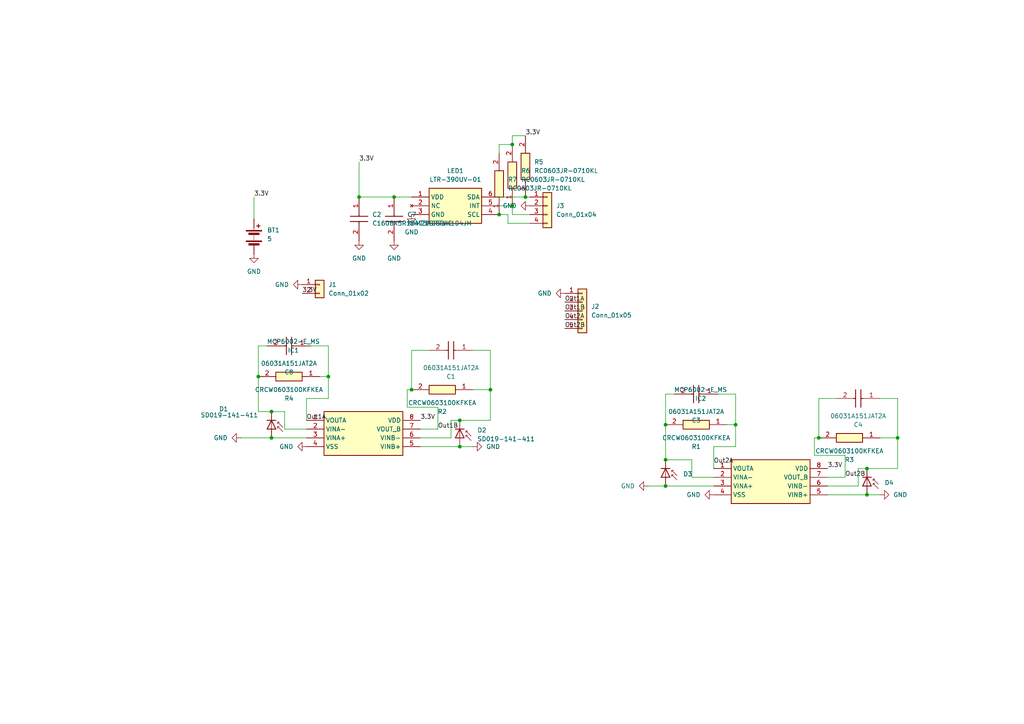
<source format=kicad_sch>
(kicad_sch (version 20250114) (generator "eeschema") (generator_version "9.0")
  (paper "A4")
  (lib_symbols
    (symbol "CUSTOM_SYMBOL:06031A151JAT2A" (pin_names (hide yes))
      (property "Reference" "C" (at 8.89 6.35 0))
      (property "Value" "06031A151JAT2A" (at 8.89 3.81 0))
      (symbol "06031A151JAT2A_1_1"
        (polyline (pts (xy 5.08 0) (xy 5.588 0)) (stroke (width 0.254)))
        (polyline (pts (xy 5.588 2.54) (xy 5.588 -2.54)) (stroke (width 0.254)))
        (polyline (pts (xy 7.112 2.54) (xy 7.112 -2.54)) (stroke (width 0.254)))
        (polyline (pts (xy 7.112 0) (xy 7.62 0)) (stroke (width 0.254)))
        (pin passive line (at 0 0 0) (length 5.08) (name "1") (number "1"))
        (pin passive line (at 12.7 0 180) (length 5.08) (name "2") (number "2"))
      )
    )
    (symbol "CUSTOM_SYMBOL:C1608X5R1E475K080AC" (pin_names (hide yes))
      (property "Reference" "C" (at 8.89 6.35 0))
      (property "Value" "C1608X5R1E475K080AC" (at 8.89 3.81 0))
      (symbol "C1608X5R1E475K080AC_1_1"
        (polyline (pts (xy 5.08 0) (xy 5.588 0)) (stroke (width 0.254)))
        (polyline (pts (xy 5.588 2.54) (xy 5.588 -2.54)) (stroke (width 0.254)))
        (polyline (pts (xy 7.112 2.54) (xy 7.112 -2.54)) (stroke (width 0.254)))
        (polyline (pts (xy 7.112 0) (xy 7.62 0)) (stroke (width 0.254)))
        (pin passive line (at 0 0 0) (length 5.08) (name "1") (number "1"))
        (pin passive line (at 12.7 0 180) (length 5.08) (name "2") (number "2"))
      )
    )
    (symbol "CUSTOM_SYMBOL:CRCW0603100KFKEA" (pin_names (hide yes))
      (property "Reference" "R" (at 13.97 6.35 0))
      (property "Value" "CRCW0603100KFKEA" (at 13.97 3.81 0))
      (symbol "CRCW0603100KFKEA_1_1"
        (rectangle (start 5.08 1.27) (end 12.7 -1.27) (stroke (width 0.254)) (fill (type background)))
        (pin passive line (at 0 0 0) (length 5.08) (name "1") (number "1"))
        (pin passive line (at 17.78 0 180) (length 5.08) (name "2") (number "2"))
      )
    )
    (symbol "CUSTOM_SYMBOL:KAM21BR71H104JM" (pin_names (hide yes))
      (property "Reference" "C" (at 8.89 6.35 0))
      (property "Value" "KAM21BR71H104JM" (at 8.89 3.81 0))
      (symbol "KAM21BR71H104JM_1_1"
        (polyline (pts (xy 5.08 0) (xy 5.588 0)) (stroke (width 0.254)))
        (polyline (pts (xy 5.588 2.54) (xy 5.588 -2.54)) (stroke (width 0.254)))
        (polyline (pts (xy 7.112 2.54) (xy 7.112 -2.54)) (stroke (width 0.254)))
        (polyline (pts (xy 7.112 0) (xy 7.62 0)) (stroke (width 0.254)))
        (pin passive line (at 0 0 0) (length 5.08) (name "1") (number "1"))
        (pin passive line (at 12.7 0 180) (length 5.08) (name "2") (number "2"))
      )
    )
    (symbol "CUSTOM_SYMBOL:LTR-390UV-01"
      (property "Reference" "LED" (at 21.59 7.62 0))
      (property "Value" "LTR-390UV-01" (at 21.59 5.08 0))
      (symbol "LTR-390UV-01_1_1"
        (rectangle (start 5.08 2.54) (end 20.32 -7.62) (stroke (width 0.254)) (fill (type background)))
        (pin passive line (at 0 0 0) (length 5.08) (name "VDD") (number "1"))
        (pin no_connect line (at 0 -2.54 0) (length 5.08) (name "NC") (number "2"))
        (pin passive line (at 0 -5.08 0) (length 5.08) (name "GND") (number "3"))
        (pin passive line (at 25.4 0 180) (length 5.08) (name "SDA") (number "6"))
        (pin passive line (at 25.4 -2.54 180) (length 5.08) (name "INT") (number "5"))
        (pin passive line (at 25.4 -5.08 180) (length 5.08) (name "SCL") (number "4"))
      )
    )
    (symbol "CUSTOM_SYMBOL:MCP6002-E_MS"
      (property "Reference" "IC" (at 29.21 7.62 0))
      (property "Value" "MCP6002-E_MS" (at 29.21 5.08 0))
      (symbol "MCP6002-E_MS_1_1"
        (rectangle (start 5.08 2.54) (end 27.94 -10.16) (stroke (width 0.254)) (fill (type background)))
        (pin passive line (at 0 0 0) (length 5.08) (name "VOUTA") (number "1"))
        (pin passive line (at 0 -2.54 0) (length 5.08) (name "VINA-") (number "2"))
        (pin passive line (at 0 -5.08 0) (length 5.08) (name "VINA+") (number "3"))
        (pin passive line (at 0 -7.62 0) (length 5.08) (name "VSS") (number "4"))
        (pin passive line (at 33.02 0 180) (length 5.08) (name "VDD") (number "8"))
        (pin passive line (at 33.02 -2.54 180) (length 5.08) (name "VOUT_B") (number "7"))
        (pin passive line (at 33.02 -5.08 180) (length 5.08) (name "VINB-") (number "6"))
        (pin passive line (at 33.02 -7.62 180) (length 5.08) (name "VINB+") (number "5"))
      )
    )
    (symbol "CUSTOM_SYMBOL:RC0603JR-0710KL" (pin_names (hide yes))
      (property "Reference" "R" (at 13.97 6.35 0))
      (property "Value" "RC0603JR-0710KL" (at 13.97 3.81 0))
      (symbol "RC0603JR-0710KL_1_1"
        (rectangle (start 5.08 1.27) (end 12.7 -1.27) (stroke (width 0.254)) (fill (type background)))
        (pin passive line (at 0 0 0) (length 5.08) (name "1") (number "1"))
        (pin passive line (at 17.78 0 180) (length 5.08) (name "2") (number "2"))
      )
    )
    (symbol "CUSTOM_SYMBOL:SD019-141-411" (pin_numbers (hide yes)) (pin_names (hide yes))
      (property "Reference" "D" (at 0.508 1.778 0))
      (property "Value" "SD019-141-411" (at -1.016 -2.794 0))
      (symbol "SD019-141-411_0_1"
        (polyline (pts (xy -2.54 1.27) (xy -2.54 -1.27)) (stroke (width 0.254)))
        (polyline (pts (xy -2.032 1.778) (xy -1.524 1.778)))
        (polyline (pts (xy -0.508 3.302) (xy -2.032 1.778) (xy -2.032 2.286)))
        (polyline (pts (xy 0 0) (xy -2.54 0)))
        (polyline (pts (xy 0 -1.27) (xy 0 1.27) (xy -2.54 0) (xy 0 -1.27)) (stroke (width 0.254)))
        (polyline (pts (xy 0.762 3.302) (xy -0.762 1.778) (xy -0.762 2.286) (xy -0.762 1.778) (xy -0.254 1.778)))
      )
      (symbol "SD019-141-411_1_1"
        (pin passive line (at -5.08 0 0) (length 2.54) (name "K") (number "2"))
        (pin passive line (at 2.54 0 180) (length 2.54) (name "A") (number "1"))
      )
    )
    (symbol "CUSTOM_SYMBOL:WP7113PD1BT/BD-P22" (pin_numbers (hide yes)) (pin_names (hide yes))
      (property "Reference" "D" (at 0.508 1.778 0))
      (property "Value" "WP7113PD1BT/BD-P22" (at -1.016 -2.794 0))
      (symbol "WP7113PD1BT/BD-P22_0_1"
        (polyline (pts (xy -2.54 1.27) (xy -2.54 -1.27)) (stroke (width 0.254)))
        (polyline (pts (xy -2.032 1.778) (xy -1.524 1.778)))
        (polyline (pts (xy -0.508 3.302) (xy -2.032 1.778) (xy -2.032 2.286)))
        (polyline (pts (xy 0 0) (xy -2.54 0)))
        (polyline (pts (xy 0 -1.27) (xy 0 1.27) (xy -2.54 0) (xy 0 -1.27)) (stroke (width 0.254)))
        (polyline (pts (xy 0.762 3.302) (xy -0.762 1.778) (xy -0.762 2.286) (xy -0.762 1.778) (xy -0.254 1.778)))
      )
      (symbol "WP7113PD1BT/BD-P22_1_1"
        (pin passive line (at -5.08 0 0) (length 2.54) (name "K") (number "2"))
        (pin passive line (at 2.54 0 180) (length 2.54) (name "A") (number "1"))
      )
    )
    (symbol "Connector_Generic:Conn_01x02" (pin_names (offset 1.016) (hide yes))
      (property "Reference" "J" (at 0 2.54 0))
      (property "Value" "Conn_01x02" (at 0 -5.08 0))
      (symbol "Conn_01x02_1_1"
        (rectangle (start -1.27 1.27) (end 1.27 -3.81) (stroke (width 0.254)) (fill (type background)))
        (rectangle (start -1.27 0.127) (end 0 -0.127) (stroke (width 0.1524)))
        (rectangle (start -1.27 -2.413) (end 0 -2.667) (stroke (width 0.1524)))
        (pin passive line (at -5.08 0 0) (length 3.81) (name "Pin_1") (number "1"))
        (pin passive line (at -5.08 -2.54 0) (length 3.81) (name "Pin_2") (number "2"))
      )
    )
    (symbol "Connector_Generic:Conn_01x04" (pin_names (offset 1.016) (hide yes))
      (property "Reference" "J" (at 0 5.08 0))
      (property "Value" "Conn_01x04" (at 0 -7.62 0))
      (symbol "Conn_01x04_1_1"
        (rectangle (start -1.27 3.81) (end 1.27 -6.35) (stroke (width 0.254)) (fill (type background)))
        (rectangle (start -1.27 2.667) (end 0 2.413) (stroke (width 0.1524)))
        (rectangle (start -1.27 0.127) (end 0 -0.127) (stroke (width 0.1524)))
        (rectangle (start -1.27 -2.413) (end 0 -2.667) (stroke (width 0.1524)))
        (rectangle (start -1.27 -4.953) (end 0 -5.207) (stroke (width 0.1524)))
        (pin passive line (at -5.08 2.54 0) (length 3.81) (name "Pin_1") (number "1"))
        (pin passive line (at -5.08 0 0) (length 3.81) (name "Pin_2") (number "2"))
        (pin passive line (at -5.08 -2.54 0) (length 3.81) (name "Pin_3") (number "3"))
        (pin passive line (at -5.08 -5.08 0) (length 3.81) (name "Pin_4") (number "4"))
      )
    )
    (symbol "Connector_Generic:Conn_01x05" (pin_names (offset 1.016) (hide yes))
      (property "Reference" "J" (at 0 7.62 0))
      (property "Value" "Conn_01x05" (at 0 -7.62 0))
      (symbol "Conn_01x05_1_1"
        (rectangle (start -1.27 6.35) (end 1.27 -6.35) (stroke (width 0.254)) (fill (type background)))
        (rectangle (start -1.27 5.207) (end 0 4.953) (stroke (width 0.1524)))
        (rectangle (start -1.27 2.667) (end 0 2.413) (stroke (width 0.1524)))
        (rectangle (start -1.27 0.127) (end 0 -0.127) (stroke (width 0.1524)))
        (rectangle (start -1.27 -2.413) (end 0 -2.667) (stroke (width 0.1524)))
        (rectangle (start -1.27 -4.953) (end 0 -5.207) (stroke (width 0.1524)))
        (pin passive line (at -5.08 5.08 0) (length 3.81) (name "Pin_1") (number "1"))
        (pin passive line (at -5.08 2.54 0) (length 3.81) (name "Pin_2") (number "2"))
        (pin passive line (at -5.08 0 0) (length 3.81) (name "Pin_3") (number "3"))
        (pin passive line (at -5.08 -2.54 0) (length 3.81) (name "Pin_4") (number "4"))
        (pin passive line (at -5.08 -5.08 0) (length 3.81) (name "Pin_5") (number "5"))
      )
    )
    (symbol "Device:Battery" (pin_numbers (hide yes)) (pin_names (offset 0) (hide yes))
      (property "Reference" "BT" (at 2.54 2.54 0))
      (property "Value" "Battery" (at 2.54 0 0))
      (symbol "Battery_0_1"
        (rectangle (start -2.286 1.778) (end 2.286 1.524) (fill (type outline)))
        (rectangle (start -2.286 -1.27) (end 2.286 -1.524) (fill (type outline)))
        (rectangle (start -1.524 1.016) (end 1.524 0.508) (fill (type outline)))
        (rectangle (start -1.524 -2.032) (end 1.524 -2.54) (fill (type outline)))
        (polyline (pts (xy 0 1.778) (xy 0 2.54)))
        (polyline (pts (xy 0 0) (xy 0 0.254)))
        (polyline (pts (xy 0 -0.508) (xy 0 -0.254)))
        (polyline (pts (xy 0 -1.016) (xy 0 -0.762)))
        (polyline (pts (xy 0.762 3.048) (xy 1.778 3.048)) (stroke (width 0.254)))
        (polyline (pts (xy 1.27 3.556) (xy 1.27 2.54)) (stroke (width 0.254)))
      )
      (symbol "Battery_1_1"
        (pin passive line (at 0 5.08 270) (length 2.54) (name "+") (number "1"))
        (pin passive line (at 0 -5.08 90) (length 2.54) (name "-") (number "2"))
      )
    )
    (symbol "SD019-141-411_1" (pin_numbers (hide yes)) (pin_names (hide yes))
      (property "Reference" "D" (at 0.508 1.778 0))
      (property "Value" "SD019-141-411" (at -1.016 -2.794 0))
      (symbol "SD019-141-411_1_0_1"
        (polyline (pts (xy -2.54 1.27) (xy -2.54 -1.27)) (stroke (width 0.254)))
        (polyline (pts (xy -2.032 1.778) (xy -1.524 1.778)))
        (polyline (pts (xy -0.508 3.302) (xy -2.032 1.778) (xy -2.032 2.286)))
        (polyline (pts (xy 0 0) (xy -2.54 0)))
        (polyline (pts (xy 0 -1.27) (xy 0 1.27) (xy -2.54 0) (xy 0 -1.27)) (stroke (width 0.254)))
        (polyline (pts (xy 0.762 3.302) (xy -0.762 1.778) (xy -0.762 2.286) (xy -0.762 1.778) (xy -0.254 1.778)))
      )
      (symbol "SD019-141-411_1_1_1"
        (pin passive line (at -5.08 0 0) (length 2.54) (name "K") (number "2"))
        (pin passive line (at 2.54 0 180) (length 2.54) (name "A") (number "1"))
      )
    )
    (symbol "SD019-141-411_2" (pin_numbers (hide yes)) (pin_names (hide yes))
      (property "Reference" "D" (at 0.508 1.778 0))
      (property "Value" "SD019-141-411" (at -1.016 -2.794 0))
      (symbol "SD019-141-411_2_0_1"
        (polyline (pts (xy -2.54 1.27) (xy -2.54 -1.27)) (stroke (width 0.254)))
        (polyline (pts (xy -2.032 1.778) (xy -1.524 1.778)))
        (polyline (pts (xy -0.508 3.302) (xy -2.032 1.778) (xy -2.032 2.286)))
        (polyline (pts (xy 0 0) (xy -2.54 0)))
        (polyline (pts (xy 0 -1.27) (xy 0 1.27) (xy -2.54 0) (xy 0 -1.27)) (stroke (width 0.254)))
        (polyline (pts (xy 0.762 3.302) (xy -0.762 1.778) (xy -0.762 2.286) (xy -0.762 1.778) (xy -0.254 1.778)))
      )
      (symbol "SD019-141-411_2_1_1"
        (pin passive line (at -5.08 0 0) (length 2.54) (name "K") (number "2"))
        (pin passive line (at 2.54 0 180) (length 2.54) (name "A") (number "1"))
      )
    )
    (symbol "power:GND" (power) (pin_numbers (hide yes)) (pin_names (offset 0) (hide yes))
      (property "Value" "GND" (at 0 -3.81 0))
      (symbol "GND_0_1"
        (polyline (pts (xy 0 0) (xy 0 -1.27) (xy 1.27 -1.27) (xy 0 -2.54) (xy -1.27 -1.27) (xy 0 -1.27)))
      )
      (symbol "GND_1_1"
        (pin power_in line (at 0 0 270) (length 0) (name "~") (number "1"))
      )
    )
  )
  (junction (at 95.25 109.22))
  (junction (at 142.24 113.03))
  (junction (at 260.35 127))
  (junction (at 193.04 133.35))
  (junction (at 148.59 41.91))
  (junction (at 148.59 59.69))
  (junction (at 251.46 143.51))
  (junction (at 213.36 123.19))
  (junction (at 144.78 62.23))
  (junction (at 78.74 119.38))
  (junction (at 237.49 127))
  (junction (at 119.38 113.03))
  (junction (at 133.35 121.92))
  (junction (at 114.3 57.15))
  (junction (at 74.93 109.22))
  (junction (at 193.04 123.19))
  (junction (at 251.46 135.89))
  (junction (at 193.04 140.97))
  (junction (at 133.35 129.54))
  (junction (at 104.14 57.15))
  (junction (at 152.4 57.15))
  (junction (at 78.74 127))
  (wire (pts (xy 187.96 140.97) (xy 193.04 140.97)))
  (wire (pts (xy 88.9 121.92) (xy 88.9 115.57)))
  (wire (pts (xy 200.66 138.43) (xy 200.66 133.35)))
  (wire (pts (xy 245.11 132.08) (xy 236.22 132.08)))
  (wire (pts (xy 148.59 41.91) (xy 148.59 39.37)))
  (wire (pts (xy 245.11 138.43) (xy 245.11 132.08)))
  (wire (pts (xy 133.35 129.54) (xy 137.16 129.54)))
  (wire (pts (xy 251.46 135.89) (xy 260.35 135.89)))
  (wire (pts (xy 82.55 119.38) (xy 78.74 119.38)))
  (wire (pts (xy 104.14 57.15) (xy 104.14 46.99)))
  (wire (pts (xy 78.74 127) (xy 88.9 127)))
  (wire (pts (xy 193.04 133.35) (xy 193.04 123.19)))
  (wire (pts (xy 121.92 129.54) (xy 133.35 129.54)))
  (wire (pts (xy 240.03 143.51) (xy 251.46 143.51)))
  (wire (pts (xy 73.66 63.5) (xy 73.66 57.15)))
  (wire (pts (xy 142.24 113.03) (xy 142.24 101.6)))
  (wire (pts (xy 127 124.46) (xy 127 118.11)))
  (wire (pts (xy 121.92 124.46) (xy 127 124.46)))
  (wire (pts (xy 193.04 133.35) (xy 200.66 133.35)))
  (wire (pts (xy 147.32 64.77) (xy 153.67 64.77)))
  (wire (pts (xy 251.46 143.51) (xy 255.27 143.51)))
  (wire (pts (xy 119.38 101.6) (xy 119.38 113.03)))
  (wire (pts (xy 77.47 100.33) (xy 74.93 100.33)))
  (wire (pts (xy 207.01 129.54) (xy 213.36 129.54)))
  (wire (pts (xy 147.32 62.23) (xy 147.32 64.77)))
  (wire (pts (xy 193.04 140.97) (xy 207.01 140.97)))
  (wire (pts (xy 142.24 113.03) (xy 137.16 113.03)))
  (wire (pts (xy 240.03 138.43) (xy 245.11 138.43)))
  (wire (pts (xy 213.36 114.3) (xy 208.28 114.3)))
  (wire (pts (xy 88.9 124.46) (xy 82.55 124.46)))
  (wire (pts (xy 78.74 119.38) (xy 74.93 119.38)))
  (wire (pts (xy 142.24 101.6) (xy 137.16 101.6)))
  (wire (pts (xy 121.92 127) (xy 130.81 127)))
  (wire (pts (xy 152.4 57.15) (xy 153.67 57.15)))
  (wire (pts (xy 260.35 135.89) (xy 260.35 127)))
  (wire (pts (xy 207.01 135.89) (xy 207.01 129.54)))
  (wire (pts (xy 148.59 62.23) (xy 153.67 62.23)))
  (wire (pts (xy 69.85 127) (xy 78.74 127)))
  (wire (pts (xy 95.25 109.22) (xy 92.71 109.22)))
  (wire (pts (xy 213.36 123.19) (xy 213.36 114.3)))
  (wire (pts (xy 260.35 127) (xy 255.27 127)))
  (wire (pts (xy 118.11 118.11) (xy 118.11 113.03)))
  (wire (pts (xy 242.57 115.57) (xy 237.49 115.57)))
  (wire (pts (xy 74.93 100.33) (xy 74.93 109.22)))
  (wire (pts (xy 82.55 124.46) (xy 82.55 119.38)))
  (wire (pts (xy 118.11 113.03) (xy 119.38 113.03)))
  (wire (pts (xy 248.92 135.89) (xy 251.46 135.89)))
  (wire (pts (xy 144.78 41.91) (xy 148.59 41.91)))
  (wire (pts (xy 260.35 115.57) (xy 255.27 115.57)))
  (wire (pts (xy 237.49 115.57) (xy 237.49 127)))
  (wire (pts (xy 127 118.11) (xy 118.11 118.11)))
  (wire (pts (xy 144.78 59.69) (xy 148.59 59.69)))
  (wire (pts (xy 236.22 127) (xy 237.49 127)))
  (wire (pts (xy 260.35 127) (xy 260.35 115.57)))
  (wire (pts (xy 74.93 119.38) (xy 74.93 109.22)))
  (wire (pts (xy 95.25 109.22) (xy 95.25 100.33)))
  (wire (pts (xy 248.92 140.97) (xy 248.92 135.89)))
  (wire (pts (xy 130.81 121.92) (xy 133.35 121.92)))
  (wire (pts (xy 142.24 121.92) (xy 142.24 113.03)))
  (wire (pts (xy 193.04 114.3) (xy 193.04 123.19)))
  (wire (pts (xy 144.78 62.23) (xy 147.32 62.23)))
  (wire (pts (xy 124.46 101.6) (xy 119.38 101.6)))
  (wire (pts (xy 114.3 57.15) (xy 119.38 57.15)))
  (wire (pts (xy 104.14 57.15) (xy 114.3 57.15)))
  (wire (pts (xy 88.9 115.57) (xy 95.25 115.57)))
  (wire (pts (xy 130.81 127) (xy 130.81 121.92)))
  (wire (pts (xy 240.03 140.97) (xy 248.92 140.97)))
  (wire (pts (xy 95.25 100.33) (xy 90.17 100.33)))
  (wire (pts (xy 144.78 41.91) (xy 144.78 44.45)))
  (wire (pts (xy 144.78 57.15) (xy 152.4 57.15)))
  (wire (pts (xy 207.01 138.43) (xy 200.66 138.43)))
  (wire (pts (xy 133.35 121.92) (xy 142.24 121.92)))
  (wire (pts (xy 236.22 132.08) (xy 236.22 127)))
  (wire (pts (xy 213.36 123.19) (xy 210.82 123.19)))
  (wire (pts (xy 148.59 39.37) (xy 152.4 39.37)))
  (wire (pts (xy 148.59 59.69) (xy 148.59 62.23)))
  (wire (pts (xy 95.25 115.57) (xy 95.25 109.22)))
  (wire (pts (xy 195.58 114.3) (xy 193.04 114.3)))
  (wire (pts (xy 213.36 129.54) (xy 213.36 123.19)))
  (label "3.3V" (at 87.63 85.09 0))
  (label "3.3V" (at 121.92 121.92 0))
  (label "Out2B" (at 163.83 95.25 0))
  (label "3.3V" (at 240.03 135.89 0))
  (label "3.3V" (at 73.66 57.15 0))
  (label "Out2B" (at 245.11 138.43 0))
  (label "3.3V" (at 104.14 46.99 0))
  (label "Out2A" (at 207.01 134.62 0))
  (label "Out1B" (at 127 124.46 0))
  (label "Out1B" (at 163.83 90.17 0))
  (label "Out1A" (at 163.83 87.63 0))
  (label "Out1A" (at 88.9 121.92 0))
  (label "3.3V" (at 152.4 39.37 0))
  (label "Out2A" (at 163.83 92.71 0))
  (symbol (lib_id "CUSTOM_SYMBOL:06031A151JAT2A") (at 137.16 101.6 180) (unit 1)
    (property "Reference" "C1" (at 130.81 109.22 0))
    (property "Value" "06031A151JAT2A" (at 130.81 106.68 0))
    (property "Footprint" "CUSTOM_LIBRARY:CAPC1608X90N" (effects (hide yes)))
    (property "Datasheet" "https://componentsearchengine.com/Datasheets/1/06031A100FAT2A.pdf" (effects (hide yes)))
    (property "Description" "AVX 0603 150pF Ceramic Multilayer Capacitor, 100 V dc, +125C, C0G, NP0 Dielectric, +/-5%" (effects (hide yes)))
    (property "Height" "0.9" (effects (hide yes)))
    (property "Manufacturer_Name" "Kyocera AVX" (effects (hide yes)))
    (property "Manufacturer_Part_Number" "06031A151JAT2A" (effects (hide yes)))
  )
  (symbol (lib_id "CUSTOM_SYMBOL:CRCW0603100KFKEA") (at 92.71 109.22 180) (unit 1)
    (property "Reference" "R4" (at 83.82 115.57 0))
    (property "Value" "CRCW0603100KFKEA" (at 83.82 113.03 0))
    (property "Footprint" "CUSTOM_LIBRARY:RESC1608X50N" (effects (hide yes)))
    (property "Datasheet" "http://www.vishay.com/docs/20035/dcrcwe3.pdf" (effects (hide yes)))
    (property "Description" "CRCW0603 Resistor T/R 0.10W,1%,100K Vishay CRCW Series Thick Film Surface Mount Resistor 0603 Case 100kOhm ?1% 0.1W ?100ppm/?C" (effects (hide yes)))
    (property "Height" "0.5" (effects (hide yes)))
    (property "Manufacturer_Name" "Vishay" (effects (hide yes)))
    (property "Manufacturer_Part_Number" "CRCW0603100KFKEA" (effects (hide yes)))
  )
  (symbol (lib_id "CUSTOM_SYMBOL:RC0603JR-0710KL") (at 144.78 62.23 90) (unit 1)
    (property "Reference" "R7" (at 147.32 52.0699 90) (effects (justify right)))
    (property "Value" "RC0603JR-0710KL" (at 147.32 54.6099 90) (effects (justify right)))
    (property "Footprint" "RESC1608X55N" (effects (hide yes)))
    (property "Datasheet" "https://componentsearchengine.com/Datasheets/2/RC0603JR-0710KL.pdf" (effects (hide yes)))
    (property "Description" "Yageo 10k, 0603 (1608M) Thick Film Surface Mount Fixed Resistor +/-5% 0.1W - RC0603JR-0710KL" (effects (hide yes)))
    (property "Height" "0.55" (effects (hide yes)))
    (property "Manufacturer_Name" "YAGEO" (effects (hide yes)))
    (property "Manufacturer_Part_Number" "RC0603JR-0710KL" (effects (hide yes)))
  )
  (symbol (lib_id "CUSTOM_SYMBOL:RC0603JR-0710KL") (at 152.4 57.15 90) (unit 1)
    (property "Reference" "R5" (at 154.94 46.9899 90) (effects (justify right)))
    (property "Value" "RC0603JR-0710KL" (at 154.94 49.5299 90) (effects (justify right)))
    (property "Footprint" "RESC1608X55N" (effects (hide yes)))
    (property "Datasheet" "https://componentsearchengine.com/Datasheets/2/RC0603JR-0710KL.pdf" (effects (hide yes)))
    (property "Description" "Yageo 10k, 0603 (1608M) Thick Film Surface Mount Fixed Resistor +/-5% 0.1W - RC0603JR-0710KL" (effects (hide yes)))
    (property "Height" "0.55" (effects (hide yes)))
    (property "Manufacturer_Name" "YAGEO" (effects (hide yes)))
    (property "Manufacturer_Part_Number" "RC0603JR-0710KL" (effects (hide yes)))
  )
  (symbol (lib_name "SD019-141-411_1") (lib_id "CUSTOM_SYMBOL:SD019-141-411") (at 133.35 127 270) (unit 1)
    (property "Reference" "D2" (at 138.43 124.7774 90) (effects (justify left)))
    (property "Value" "SD019-141-411" (at 138.43 127.3174 90) (effects (justify left)))
    (property "Footprint" "CUSTOM_LIBRARY:SD019-141-411" (effects (hide yes)))
    (property "Description" "Photodiode" (effects (hide yes)))
  )
  (symbol (lib_id "CUSTOM_SYMBOL:06031A151JAT2A") (at 90.17 100.33 180) (unit 1)
    (property "Reference" "C8" (at 83.82 107.95 0))
    (property "Value" "06031A151JAT2A" (at 83.82 105.41 0))
    (property "Footprint" "CUSTOM_LIBRARY:CAPC1608X90N" (effects (hide yes)))
    (property "Datasheet" "https://componentsearchengine.com/Datasheets/1/06031A100FAT2A.pdf" (effects (hide yes)))
    (property "Description" "AVX 0603 150pF Ceramic Multilayer Capacitor, 100 V dc, +125C, C0G, NP0 Dielectric, +/-5%" (effects (hide yes)))
    (property "Height" "0.9" (effects (hide yes)))
    (property "Manufacturer_Name" "Kyocera AVX" (effects (hide yes)))
    (property "Manufacturer_Part_Number" "06031A151JAT2A" (effects (hide yes)))
  )
  (symbol (lib_id "power:GND") (at 104.14 69.85 0) (unit 1)
    (property "Reference" "#PWR04" (effects (hide yes)))
    (property "Value" "GND" (at 104.14 74.93 0))
    (property "Description" "Power symbol creates a global label with name \"GND\" , ground" (effects (hide yes)))
  )
  (symbol (lib_id "Connector_Generic:Conn_01x05") (at 168.91 90.17 0) (unit 1)
    (property "Reference" "J2" (at 171.45 88.8999 0) (effects (justify left)))
    (property "Value" "Conn_01x05" (at 171.45 91.4399 0) (effects (justify left)))
    (property "Footprint" "Connector_PinHeader_1.00mm:PinHeader_1x05_P1.00mm_Vertical" (effects (hide yes)))
    (property "Description" "Generic connector, single row, 01x05, script generated (kicad-library-utils/schlib/autogen/connector/)" (effects (hide yes)))
  )
  (symbol (lib_id "power:GND") (at 87.63 82.55 270) (unit 1)
    (property "Reference" "#PWR012" (effects (hide yes)))
    (property "Value" "GND" (at 83.82 82.5499 90) (effects (justify right)))
    (property "Description" "Power symbol creates a global label with name \"GND\" , ground" (effects (hide yes)))
  )
  (symbol (lib_id "Connector_Generic:Conn_01x02") (at 92.71 82.55 0) (unit 1)
    (property "Reference" "J1" (at 95.25 82.5499 0) (effects (justify left)))
    (property "Value" "Conn_01x02" (at 95.25 85.0899 0) (effects (justify left)))
    (property "Footprint" "CUSTOM_LIBRARY:SHDR4W64P0X254_1X4_1020X580X1175P" (effects (hide yes)))
    (property "Description" "Generic connector, single row, 01x02, script generated (kicad-library-utils/schlib/autogen/connector/)" (effects (hide yes)))
  )
  (symbol (lib_id "CUSTOM_SYMBOL:KAM21BR71H104JM") (at 114.3 57.15 270) (unit 1)
    (property "Reference" "C7" (at 118.11 62.2299 90) (effects (justify left)))
    (property "Value" "KAM21BR71H104JM" (at 118.11 64.7699 90) (effects (justify left)))
    (property "Footprint" "CUSTOM_LIBRARY:CAPC2012X94N" (effects (hide yes)))
    (property "Datasheet" "https://www.mouser.dk/ProductDetail/KYOCERA-AVX/KAM21BR71H104JM?qs=sGAEpiMZZMuMW9TJLBQkXqLYvz3DzaXfcS9olcxY6vM%3D" (effects (hide yes)))
    (property "Description" "Multilayer Ceramic Capacitors MLCC - SMD/SMT 50V 0.1uF X7R 0805 5% AEC-Q200" (effects (hide yes)))
    (property "Height" "0.94" (effects (hide yes)))
    (property "Mouser Part Number" "581-KAM21BR71H104JM" (effects (hide yes)))
    (property "Mouser Price/Stock" "https://www.mouser.co.uk/ProductDetail/KYOCERA-AVX/KAM21BR71H104JM?qs=Jm2GQyTW%2FbjKdz3nqUKYQg%3D%3D" (effects (hide yes)))
    (property "Manufacturer_Name" "Kyocera AVX" (effects (hide yes)))
    (property "Manufacturer_Part_Number" "KAM21BR71H104JM" (effects (hide yes)))
  )
  (symbol (lib_id "CUSTOM_SYMBOL:06031A151JAT2A") (at 208.28 114.3 180) (unit 1)
    (property "Reference" "C3" (at 201.93 121.92 0))
    (property "Value" "06031A151JAT2A" (at 201.93 119.38 0))
    (property "Footprint" "CUSTOM_LIBRARY:CAPC1608X90N" (effects (hide yes)))
    (property "Datasheet" "https://componentsearchengine.com/Datasheets/1/06031A100FAT2A.pdf" (effects (hide yes)))
    (property "Description" "AVX 0603 150pF Ceramic Multilayer Capacitor, 100 V dc, +125C, C0G, NP0 Dielectric, +/-5%" (effects (hide yes)))
    (property "Height" "0.9" (effects (hide yes)))
    (property "Manufacturer_Name" "Kyocera AVX" (effects (hide yes)))
    (property "Manufacturer_Part_Number" "06031A151JAT2A" (effects (hide yes)))
  )
  (symbol (lib_id "power:GND") (at 137.16 129.54 90) (unit 1)
    (property "Reference" "#PWR08" (effects (hide yes)))
    (property "Value" "GND" (at 140.97 129.5399 90) (effects (justify right)))
    (property "Description" "Power symbol creates a global label with name \"GND\" , ground" (effects (hide yes)))
  )
  (symbol (lib_id "CUSTOM_SYMBOL:06031A151JAT2A") (at 255.27 115.57 180) (unit 1)
    (property "Reference" "C4" (at 248.92 123.19 0))
    (property "Value" "06031A151JAT2A" (at 248.92 120.65 0))
    (property "Footprint" "CUSTOM_LIBRARY:CAPC1608X90N" (effects (hide yes)))
    (property "Datasheet" "https://componentsearchengine.com/Datasheets/1/06031A100FAT2A.pdf" (effects (hide yes)))
    (property "Description" "AVX 0603 150pF Ceramic Multilayer Capacitor, 100 V dc, +125C, C0G, NP0 Dielectric, +/-5%" (effects (hide yes)))
    (property "Height" "0.9" (effects (hide yes)))
    (property "Manufacturer_Name" "Kyocera AVX" (effects (hide yes)))
    (property "Manufacturer_Part_Number" "06031A151JAT2A" (effects (hide yes)))
  )
  (symbol (lib_id "CUSTOM_SYMBOL:CRCW0603100KFKEA") (at 255.27 127 180) (unit 1)
    (property "Reference" "R3" (at 246.38 133.35 0))
    (property "Value" "CRCW0603100KFKEA" (at 246.38 130.81 0))
    (property "Footprint" "CUSTOM_LIBRARY:RESC1608X50N" (effects (hide yes)))
    (property "Datasheet" "http://www.vishay.com/docs/20035/dcrcwe3.pdf" (effects (hide yes)))
    (property "Description" "CRCW0603 Resistor T/R 0.10W,1%,100K Vishay CRCW Series Thick Film Surface Mount Resistor 0603 Case 100kOhm ?1% 0.1W ?100ppm/?C" (effects (hide yes)))
    (property "Height" "0.5" (effects (hide yes)))
    (property "Manufacturer_Name" "Vishay" (effects (hide yes)))
    (property "Manufacturer_Part_Number" "CRCW0603100KFKEA" (effects (hide yes)))
  )
  (symbol (lib_id "CUSTOM_SYMBOL:MCP6002-E_MS") (at 207.01 135.89 0) (unit 1)
    (property "Reference" "IC2" (at 203.2 115.57 0))
    (property "Value" "MCP6002-E_MS" (at 203.2 113.03 0))
    (property "Footprint" "CUSTOM_LIBRARY:SOP65P490X110-8N" (effects (hide yes)))
    (property "Datasheet" "https://datasheet.datasheetarchive.com/originals/distributors/Datasheets-304/55313.pdf" (effects (hide yes)))
    (property "Description" "OP Amp Dual GP R-R I/O 6V" (effects (hide yes)))
    (property "Height" "1.1" (effects (hide yes)))
    (property "Manufacturer_Name" "Microchip" (effects (hide yes)))
    (property "Manufacturer_Part_Number" "MCP6002-E/MS" (effects (hide yes)))
  )
  (symbol (lib_id "Device:Battery") (at 73.66 68.58 0) (unit 1)
    (property "Reference" "BT1" (at 77.47 66.7384 0) (effects (justify left)))
    (property "Value" "5" (at 77.47 69.2784 0) (effects (justify left)))
    (property "Description" "Multiple-cell battery" (effects (hide yes)))
  )
  (symbol (lib_name "SD019-141-411_2") (lib_id "CUSTOM_SYMBOL:SD019-141-411") (at 193.04 138.43 270) (unit 1)
    (property "Reference" "D3" (at 198.12 137.4774 90) (effects (justify left)))
    (property "Value" "SD019-141-411" (effects (hide yes)))
    (property "Footprint" "CUSTOM_LIBRARY:SD019-141-411" (effects (hide yes)))
    (property "Description" "Photodiode" (effects (hide yes)))
  )
  (symbol (lib_id "power:GND") (at 73.66 73.66 0) (unit 1)
    (property "Reference" "#PWR02" (effects (hide yes)))
    (property "Value" "GND" (at 73.66 78.74 0))
    (property "Description" "Power symbol creates a global label with name \"GND\" , ground" (effects (hide yes)))
  )
  (symbol (lib_id "CUSTOM_SYMBOL:SD019-141-411") (at 78.74 124.46 270) (unit 1)
    (property "Reference" "D1" (at 63.5 118.618 90) (effects (justify left)))
    (property "Value" "SD019-141-411" (at 58.166 120.396 90) (effects (justify left)))
    (property "Footprint" "CUSTOM_LIBRARY:SD019-141-411" (effects (hide yes)))
    (property "Description" "Photodiode" (effects (hide yes)))
  )
  (symbol (lib_id "CUSTOM_SYMBOL:LTR-390UV-01") (at 119.38 57.15 0) (unit 1)
    (property "Reference" "LED1" (at 132.08 49.53 0))
    (property "Value" "LTR-390UV-01" (at 132.08 52.07 0))
    (property "Footprint" "CUSTOM_LIBRARY:LTR390UV01" (effects (hide yes)))
    (property "Datasheet" "https://www.arrow.com/en/products/ltr-390uv-01/lite-on-technology" (effects (hide yes)))
    (property "Description" "SENSOR OPT ULTRAVIOLET 6PINS" (effects (hide yes)))
    (property "Height" "0.9" (effects (hide yes)))
    (property "Mouser Part Number" "859-LTR390UV01" (effects (hide yes)))
    (property "Mouser Price/Stock" "https://www.mouser.co.uk/ProductDetail/LITEON/LTR-390UV-01?qs=g5ciJ0jwZaECcUd5i6p7%252Bg%3D%3D" (effects (hide yes)))
    (property "Manufacturer_Name" "Lite-On" (effects (hide yes)))
    (property "Manufacturer_Part_Number" "LTR-390UV-01" (effects (hide yes)))
  )
  (symbol (lib_id "CUSTOM_SYMBOL:C1608X5R1E475K080AC") (at 104.14 57.15 270) (unit 1)
    (property "Reference" "C2" (at 107.95 62.2299 90) (effects (justify left)))
    (property "Value" "C1608X5R1E475K080AC" (at 107.95 64.7699 90) (effects (justify left)))
    (property "Footprint" "CUSTOM_LIBRARY:CAPC1608X80N" (effects (hide yes)))
    (property "Datasheet" "https://product.tdk.com/info/en/catalog/datasheets/mlcc_commercial_midvoltage_en.pdf" (effects (hide yes)))
    (property "Description" "MULTILAYER CERAMIC CHIP CAPACITORS, 1608, Commercial grade, general (Up to 75V)" (effects (hide yes)))
    (property "Height" "0.8" (effects (hide yes)))
    (property "Manufacturer_Name" "TDK" (effects (hide yes)))
    (property "Manufacturer_Part_Number" "C1608X5R1E475K080AC" (effects (hide yes)))
  )
  (symbol (lib_id "Connector_Generic:Conn_01x04") (at 158.75 59.69 0) (unit 1)
    (property "Reference" "J3" (at 161.29 59.6899 0) (effects (justify left)))
    (property "Value" "Conn_01x04" (at 161.29 62.2299 0) (effects (justify left)))
    (property "Footprint" "Connector_PinHeader_1.00mm:PinHeader_1x04_P1.00mm_Vertical" (effects (hide yes)))
    (property "Description" "Generic connector, single row, 01x04, script generated (kicad-library-utils/schlib/autogen/connector/)" (effects (hide yes)))
  )
  (symbol (lib_id "CUSTOM_SYMBOL:WP7113PD1BT/BD-P22") (at 251.46 140.97 270) (unit 1)
    (property "Reference" "D4" (at 256.54 140.0174 90) (effects (justify left)))
    (property "Value" "WP7113PD1BT/BD-P22" (effects (hide yes)))
    (property "Footprint" "CUSTOM_LIBRARY:SD019-141-411" (effects (hide yes)))
    (property "Description" "Photodiode" (effects (hide yes)))
  )
  (symbol (lib_id "power:GND") (at 119.38 62.23 0) (unit 1)
    (property "Reference" "#PWR03" (effects (hide yes)))
    (property "Value" "GND" (at 119.38 67.31 0))
    (property "Description" "Power symbol creates a global label with name \"GND\" , ground" (effects (hide yes)))
  )
  (symbol (lib_id "CUSTOM_SYMBOL:CRCW0603100KFKEA") (at 137.16 113.03 180) (unit 1)
    (property "Reference" "R2" (at 128.27 119.38 0))
    (property "Value" "CRCW0603100KFKEA" (at 128.27 116.84 0))
    (property "Footprint" "CUSTOM_LIBRARY:RESC1608X50N" (effects (hide yes)))
    (property "Datasheet" "http://www.vishay.com/docs/20035/dcrcwe3.pdf" (effects (hide yes)))
    (property "Description" "CRCW0603 Resistor T/R 0.10W,1%,100K Vishay CRCW Series Thick Film Surface Mount Resistor 0603 Case 100kOhm ?1% 0.1W ?100ppm/?C" (effects (hide yes)))
    (property "Height" "0.5" (effects (hide yes)))
    (property "Manufacturer_Name" "Vishay" (effects (hide yes)))
    (property "Manufacturer_Part_Number" "CRCW0603100KFKEA" (effects (hide yes)))
  )
  (symbol (lib_id "power:GND") (at 207.01 143.51 270) (unit 1)
    (property "Reference" "#PWR010" (effects (hide yes)))
    (property "Value" "GND" (at 203.2 143.5099 90) (effects (justify right)))
    (property "Description" "Power symbol creates a global label with name \"GND\" , ground" (effects (hide yes)))
  )
  (symbol (lib_id "CUSTOM_SYMBOL:RC0603JR-0710KL") (at 148.59 59.69 90) (unit 1)
    (property "Reference" "R6" (at 151.13 49.5299 90) (effects (justify right)))
    (property "Value" "RC0603JR-0710KL" (at 151.13 52.0699 90) (effects (justify right)))
    (property "Footprint" "RESC1608X55N" (effects (hide yes)))
    (property "Datasheet" "https://componentsearchengine.com/Datasheets/2/RC0603JR-0710KL.pdf" (effects (hide yes)))
    (property "Description" "Yageo 10k, 0603 (1608M) Thick Film Surface Mount Fixed Resistor +/-5% 0.1W - RC0603JR-0710KL" (effects (hide yes)))
    (property "Height" "0.55" (effects (hide yes)))
    (property "Manufacturer_Name" "YAGEO" (effects (hide yes)))
    (property "Manufacturer_Part_Number" "RC0603JR-0710KL" (effects (hide yes)))
  )
  (symbol (lib_id "power:GND") (at 153.67 59.69 270) (unit 1)
    (property "Reference" "#PWR013" (effects (hide yes)))
    (property "Value" "GND" (at 149.86 59.6899 90) (effects (justify right)))
    (property "Description" "Power symbol creates a global label with name \"GND\" , ground" (effects (hide yes)))
  )
  (symbol (lib_id "power:GND") (at 114.3 69.85 0) (unit 1)
    (property "Reference" "#PWR05" (effects (hide yes)))
    (property "Value" "GND" (at 114.3 74.93 0))
    (property "Description" "Power symbol creates a global label with name \"GND\" , ground" (effects (hide yes)))
  )
  (symbol (lib_id "CUSTOM_SYMBOL:CRCW0603100KFKEA") (at 210.82 123.19 180) (unit 1)
    (property "Reference" "R1" (at 201.93 129.54 0))
    (property "Value" "CRCW0603100KFKEA" (at 201.93 127 0))
    (property "Footprint" "CUSTOM_LIBRARY:RESC1608X50N" (effects (hide yes)))
    (property "Datasheet" "http://www.vishay.com/docs/20035/dcrcwe3.pdf" (effects (hide yes)))
    (property "Description" "CRCW0603 Resistor T/R 0.10W,1%,100K Vishay CRCW Series Thick Film Surface Mount Resistor 0603 Case 100kOhm ?1% 0.1W ?100ppm/?C" (effects (hide yes)))
    (property "Height" "0.5" (effects (hide yes)))
    (property "Manufacturer_Name" "Vishay" (effects (hide yes)))
    (property "Manufacturer_Part_Number" "CRCW0603100KFKEA" (effects (hide yes)))
  )
  (symbol (lib_id "power:GND") (at 69.85 127 270) (unit 1)
    (property "Reference" "#PWR01" (effects (hide yes)))
    (property "Value" "GND" (at 66.04 126.9999 90) (effects (justify right)))
    (property "Description" "Power symbol creates a global label with name \"GND\" , ground" (effects (hide yes)))
  )
  (symbol (lib_id "power:GND") (at 187.96 140.97 270) (unit 1)
    (property "Reference" "#PWR011" (effects (hide yes)))
    (property "Value" "GND" (at 184.15 140.9699 90) (effects (justify right)))
    (property "Description" "Power symbol creates a global label with name \"GND\" , ground" (effects (hide yes)))
  )
  (symbol (lib_id "CUSTOM_SYMBOL:MCP6002-E_MS") (at 88.9 121.92 0) (unit 1)
    (property "Reference" "IC1" (at 85.09 101.6 0))
    (property "Value" "MCP6002-E_MS" (at 85.09 99.06 0))
    (property "Footprint" "CUSTOM_LIBRARY:SOP65P490X110-8N" (effects (hide yes)))
    (property "Datasheet" "https://datasheet.datasheetarchive.com/originals/distributors/Datasheets-304/55313.pdf" (effects (hide yes)))
    (property "Description" "OP Amp Dual GP R-R I/O 6V" (effects (hide yes)))
    (property "Height" "1.1" (effects (hide yes)))
    (property "Manufacturer_Name" "Microchip" (effects (hide yes)))
    (property "Manufacturer_Part_Number" "MCP6002-E/MS" (effects (hide yes)))
  )
  (symbol (lib_id "power:GND") (at 163.83 85.09 270) (unit 1)
    (property "Reference" "#PWR07" (effects (hide yes)))
    (property "Value" "GND" (at 160.02 85.0899 90) (effects (justify right)))
    (property "Description" "Power symbol creates a global label with name \"GND\" , ground" (effects (hide yes)))
  )
  (symbol (lib_id "power:GND") (at 255.27 143.51 90) (unit 1)
    (property "Reference" "#PWR09" (effects (hide yes)))
    (property "Value" "GND" (at 259.08 143.5099 90) (effects (justify right)))
    (property "Description" "Power symbol creates a global label with name \"GND\" , ground" (effects (hide yes)))
  )
  (symbol (lib_id "power:GND") (at 88.9 129.54 270) (unit 1)
    (property "Reference" "#PWR06" (effects (hide yes)))
    (property "Value" "GND" (at 85.09 129.5399 90) (effects (justify right)))
    (property "Description" "Power symbol creates a global label with name \"GND\" , ground" (effects (hide yes)))
  )
)
</source>
